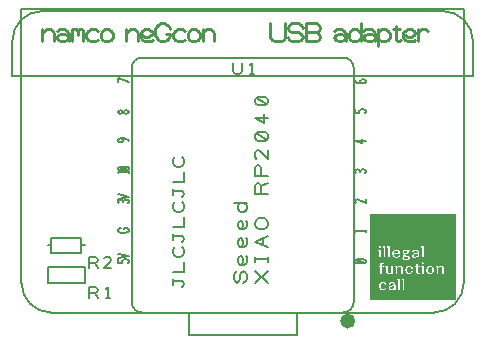
<source format=gbr>
G04 DesignSpark PCB Gerber Version 11.0 Build 5877*
G04 #@! TF.Part,Single*
G04 #@! TF.FileFunction,Legend,Top*
G04 #@! TF.FilePolarity,Positive*
%FSLAX35Y35*%
%MOIN*%
%ADD26C,0.00197*%
%ADD12C,0.00500*%
%ADD27C,0.00984*%
G04 #@! TD.AperFunction*
X0Y0D02*
D02*
D12*
X55198Y42448D02*
Y47748D01*
X67498D01*
Y42448D01*
X55198D01*
X56348Y32598D02*
G75*
G02*
X46348Y42598I0J10000D01*
G01*
Y133848D01*
X193848D01*
Y42598D01*
G75*
G02*
X183848Y32598I-10000J0D01*
G01*
X56348D01*
Y55098D02*
X55098D01*
X66348D02*
X67598D01*
X66348Y57598D02*
X56348D01*
Y52598D01*
X66348D01*
Y57598D01*
X68848Y37286D02*
Y41036D01*
X71036D01*
X71661Y40724D01*
X71974Y40098D01*
X71661Y39474D01*
X71036Y39161D01*
X68848D01*
X71036D02*
X71974Y37286D01*
X74474D02*
X75724D01*
X75098D02*
Y41036D01*
X74474Y40411D01*
X68848Y47286D02*
Y51036D01*
X71036D01*
X71661Y50724D01*
X71974Y50098D01*
X71661Y49474D01*
X71036Y49161D01*
X68848D01*
X71036D02*
X71974Y47286D01*
X76348D02*
X73848D01*
X76036Y49474D01*
X76348Y50098D01*
X76036Y50724D01*
X75411Y51036D01*
X74474D01*
X73848Y50724D01*
X81848Y49098D02*
X82161Y49411D01*
Y49880D01*
X81848Y50192D01*
X81223Y50348D01*
X80911D01*
X80286Y50192D01*
X79973Y49880D01*
Y49098D01*
X78411D01*
Y50348D01*
Y50648D02*
X82161Y51430D01*
X78411Y52211D01*
X80598Y60366D02*
Y60835D01*
X80911D01*
X81536Y60678D01*
X81848Y60522D01*
X82161Y60210D01*
Y59897D01*
X81848Y59585D01*
X81536Y59428D01*
X80911Y59272D01*
X79661D01*
X79036Y59428D01*
X78723Y59585D01*
X78411Y59897D01*
Y60210D01*
X78723Y60522D01*
X79036Y60678D01*
X79661Y60835D01*
X81848Y69020D02*
X82161Y69333D01*
Y69646D01*
X81848Y69958D01*
X81223Y70114D01*
X80598Y69958D01*
X80286Y69646D01*
Y69333D01*
Y69646D02*
X79973Y69958D01*
X79348Y70114D01*
X78723Y69958D01*
X78411Y69646D01*
Y69333D01*
X78723Y69020D01*
X78411Y70420D02*
X82161Y71202D01*
X78411Y71983D01*
X82161Y79044D02*
Y79669D01*
Y79357D02*
X78411D01*
X79036Y79044D01*
X81848Y80125D02*
X82161Y80438D01*
Y80750D01*
X81848Y81063D01*
X81223Y81219D01*
X79348D01*
X78723Y81063D01*
X78411Y80750D01*
Y80438D01*
X78723Y80125D01*
X79348Y79969D01*
X81223D01*
X81848Y80125D01*
X78723Y81063D01*
X82161Y89861D02*
X81848Y90174D01*
X81223Y90486D01*
X80286Y90643D01*
X79348D01*
X78723Y90486D01*
X78411Y90174D01*
Y89861D01*
X78723Y89549D01*
X79348Y89393D01*
X79973Y89549D01*
X80286Y89861D01*
Y90174D01*
X79973Y90486D01*
X79348Y90643D01*
X80286Y99285D02*
Y99598D01*
X79973Y99910D01*
X79348Y100066D01*
X78723Y99910D01*
X78411Y99598D01*
Y99285D01*
X78723Y98972D01*
X79348Y98816D01*
X79973Y98972D01*
X80286Y99285D01*
X80598Y98972D01*
X81223Y98816D01*
X81848Y98972D01*
X82161Y99285D01*
Y99598D01*
X81848Y99910D01*
X81223Y100066D01*
X80598Y99910D01*
X80286Y99598D01*
X82161Y109365D02*
X78411Y110615D01*
Y109365D01*
X86598Y32598D02*
X102098D01*
Y25098D01*
X138098D01*
Y32598D01*
X153598D01*
G75*
G03*
X157098Y36098I0J3500D01*
G01*
Y114098D01*
G75*
G03*
X153598Y117598I-3500J0D01*
G01*
X86598D01*
G75*
G03*
X83098Y114098I0J-3500D01*
G01*
Y36098D01*
G75*
G03*
X86598Y32598I3500J0D01*
G01*
X99949Y41210D02*
X100261Y41522D01*
X100574Y42147D01*
X100261Y42772D01*
X99949Y43085D01*
X96824D01*
Y43710D01*
Y43085D02*
Y41835D01*
Y46210D02*
X100574D01*
Y49335D01*
X99949Y54335D02*
X100261Y54022D01*
X100574Y53397D01*
Y52460D01*
X100261Y51835D01*
X99949Y51522D01*
X99324Y51210D01*
X98074D01*
X97449Y51522D01*
X97136Y51835D01*
X96824Y52460D01*
Y53397D01*
X97136Y54022D01*
X97449Y54335D01*
X99949Y56210D02*
X100261Y56522D01*
X100574Y57147D01*
X100261Y57772D01*
X99949Y58085D01*
X96824D01*
Y58710D01*
Y58085D02*
Y56835D01*
Y61210D02*
X100574D01*
Y64335D01*
X99949Y69335D02*
X100261Y69022D01*
X100574Y68397D01*
Y67460D01*
X100261Y66835D01*
X99949Y66522D01*
X99324Y66210D01*
X98074D01*
X97449Y66522D01*
X97136Y66835D01*
X96824Y67460D01*
Y68397D01*
X97136Y69022D01*
X97449Y69335D01*
X99949Y71210D02*
X100261Y71522D01*
X100574Y72147D01*
X100261Y72772D01*
X99949Y73085D01*
X96824D01*
Y73710D01*
Y73085D02*
Y71835D01*
Y76210D02*
X100574D01*
Y79335D01*
X99949Y84335D02*
X100261Y84022D01*
X100574Y83397D01*
Y82460D01*
X100261Y81835D01*
X99949Y81522D01*
X99324Y81210D01*
X98074D01*
X97449Y81522D01*
X97136Y81835D01*
X96824Y82460D01*
Y83397D01*
X97136Y84022D01*
X97449Y84335D01*
X116862Y115787D02*
Y112975D01*
X117175Y112350D01*
X117800Y112037D01*
X119050D01*
X119675Y112350D01*
X119987Y112975D01*
Y115787D01*
X122487Y112037D02*
X123737D01*
X123112D02*
Y115787D01*
X122487Y115162D01*
X120384Y42598D02*
X121122Y42968D01*
X121491Y43706D01*
Y45182D01*
X121122Y45920D01*
X120384Y46289D01*
X119646Y45920D01*
X119276Y45182D01*
Y43706D01*
X118907Y42968D01*
X118169Y42598D01*
X117431Y42968D01*
X117062Y43706D01*
Y45182D01*
X117431Y45920D01*
X118169Y46289D01*
X121122Y51457D02*
X121491Y51088D01*
Y50350D01*
Y49611D01*
X121122Y48873D01*
X120384Y48504D01*
X119276D01*
X118907Y48873D01*
X118538Y49611D01*
Y50350D01*
X118907Y51088D01*
X119276Y51457D01*
X119646D01*
X120015Y51088D01*
X120384Y50350D01*
Y49611D01*
X120015Y48873D01*
X119646Y48504D01*
X121122Y57362D02*
X121491Y56993D01*
Y56255D01*
Y55517D01*
X121122Y54779D01*
X120384Y54409D01*
X119276D01*
X118907Y54779D01*
X118538Y55517D01*
Y56255D01*
X118907Y56993D01*
X119276Y57362D01*
X119646D01*
X120015Y56993D01*
X120384Y56255D01*
Y55517D01*
X120015Y54779D01*
X119646Y54409D01*
X121122Y63268D02*
X121491Y62899D01*
Y62161D01*
Y61422D01*
X121122Y60684D01*
X120384Y60315D01*
X119276D01*
X118907Y60684D01*
X118538Y61422D01*
Y62161D01*
X118907Y62899D01*
X119276Y63268D01*
X119646D01*
X120015Y62899D01*
X120384Y62161D01*
Y61422D01*
X120015Y60684D01*
X119646Y60315D01*
Y69173D02*
X118907Y68804D01*
X118538Y68066D01*
Y67328D01*
X118907Y66590D01*
X119646Y66220D01*
X120384D01*
X121122Y66590D01*
X121491Y67328D01*
Y68066D01*
X121122Y68804D01*
X120384Y69173D01*
X121491D02*
X117062D01*
X128578Y42598D02*
X124148Y46289D01*
Y42598D02*
X128578Y46289D01*
Y49611D02*
Y51088D01*
Y50350D02*
X124148D01*
Y49611D02*
Y51088D01*
X128578Y54409D02*
X124148Y56255D01*
X128578Y58100D01*
X126732Y55148D02*
Y57362D01*
X127101Y60315D02*
X125625D01*
X124887Y60684D01*
X124518Y61053D01*
X124148Y61791D01*
Y62530D01*
X124518Y63268D01*
X124887Y63637D01*
X125625Y64006D01*
X127101D01*
X127839Y63637D01*
X128209Y63268D01*
X128578Y62530D01*
Y61791D01*
X128209Y61053D01*
X127839Y60684D01*
X127101Y60315D01*
X128578Y72126D02*
X124148D01*
Y74710D01*
X124518Y75448D01*
X125256Y75817D01*
X125994Y75448D01*
X126363Y74710D01*
Y72126D01*
Y74710D02*
X128578Y75817D01*
Y78031D02*
X124148D01*
Y80615D01*
X124518Y81354D01*
X125256Y81722D01*
X125994Y81354D01*
X126363Y80615D01*
Y78031D01*
X128578Y86890D02*
Y83937D01*
X125994Y86521D01*
X125256Y86890D01*
X124518Y86521D01*
X124148Y85783D01*
Y84675D01*
X124518Y83937D01*
X128209Y90212D02*
X128578Y90950D01*
Y91688D01*
X128209Y92426D01*
X127470Y92795D01*
X125256D01*
X124518Y92426D01*
X124148Y91688D01*
Y90950D01*
X124518Y90212D01*
X125256Y89843D01*
X127470D01*
X128209Y90212D01*
X124518Y92426D01*
X128578Y97594D02*
X124148D01*
X127101Y95748D01*
Y98701D01*
X128209Y102023D02*
X128578Y102761D01*
Y103499D01*
X128209Y104237D01*
X127470Y104606D01*
X125256D01*
X124518Y104237D01*
X124148Y103499D01*
Y102761D01*
X124518Y102023D01*
X125256Y101654D01*
X127470D01*
X128209Y102023D01*
X124518Y104237D01*
X155098Y27598D02*
G75*
G03*
Y32008I0J2205D01*
G01*
G75*
G03*
Y27598I0J-2205D01*
G01*
G36*
X155098Y27598D02*
G75*
G03*
Y32008I0J2205D01*
G01*
G75*
G03*
Y27598I0J-2205D01*
G01*
G37*
X160848Y49255D02*
X161161Y49567D01*
Y49880D01*
X160848Y50192D01*
X160223Y50348D01*
X158348D01*
X157723Y50192D01*
X157411Y49880D01*
Y49567D01*
X157723Y49255D01*
X158348Y49098D01*
X160223D01*
X160848Y49255D01*
X157723Y50192D01*
X161161Y59411D02*
Y60036D01*
Y59724D02*
X157411D01*
X158036Y59411D01*
X161161Y70348D02*
Y69098D01*
X158973Y70192D01*
X158348Y70348D01*
X157723Y70192D01*
X157411Y69880D01*
Y69411D01*
X157723Y69098D01*
X160848Y79255D02*
X161161Y79567D01*
Y79880D01*
X160848Y80192D01*
X160223Y80348D01*
X159598Y80192D01*
X159286Y79880D01*
Y79567D01*
Y79880D02*
X158973Y80192D01*
X158348Y80348D01*
X157723Y80192D01*
X157411Y79880D01*
Y79567D01*
X157723Y79255D01*
X161161Y89880D02*
X157411D01*
X159911Y89098D01*
Y90348D01*
X160848Y99098D02*
X161161Y99411D01*
Y99880D01*
X160848Y100192D01*
X160223Y100348D01*
X159911D01*
X159286Y100192D01*
X158973Y99880D01*
Y99098D01*
X157411D01*
Y100348D01*
X160223Y109098D02*
X159598Y109255D01*
X159286Y109567D01*
Y109880D01*
X159598Y110192D01*
X160223Y110348D01*
X160848Y110192D01*
X161161Y109880D01*
Y109567D01*
X160848Y109255D01*
X160223Y109098D01*
X159286D01*
X158348Y109255D01*
X157723Y109567D01*
X157411Y109880D01*
X196869Y122953D02*
Y111472D01*
X43326D01*
Y123072D01*
G75*
G02*
X53385Y133132I10060J0D01*
G01*
X186689D01*
G75*
G02*
X196869Y122953I0J-10180D01*
G01*
D02*
D26*
X162598Y37248D02*
X190898D01*
X162598Y37748D02*
X190898D01*
X162598Y38248D02*
X190898D01*
X162598Y39048D02*
X190898D01*
X162598Y39548D02*
X190898D01*
X162598Y40048D02*
X166398D01*
X162598Y40548D02*
X165498D01*
X162598Y41048D02*
X165198D01*
X162598Y41548D02*
X165198D01*
X162598Y42048D02*
X165298D01*
X162598Y42548D02*
X165498D01*
X162598Y42848D02*
X165898D01*
X162598Y43348D02*
X171598D01*
X162598Y43848D02*
X171298D01*
X162598Y44348D02*
X190898D01*
X162598Y44848D02*
X190898D01*
X162598Y45348D02*
X190898D01*
X162598Y45848D02*
X165598Y45849D01*
X162598Y46348D02*
X165598Y46349D01*
X162598Y46648D02*
X165598Y46648D01*
X162598Y47148D02*
X165598Y47148D01*
X162598Y47648D02*
X165598D01*
X162598Y48148D02*
X165098D01*
X162598Y48648D02*
X165598D01*
X162598Y49148D02*
X165698Y49149D01*
X162598Y49648D02*
X190898D01*
X162598Y50148D02*
X173798Y50148D01*
X162598Y50448D02*
X173098D01*
X162598Y50948D02*
X170598D01*
X162598Y51448D02*
X165298D01*
X162598Y51948D02*
X165298D01*
X162598Y52448D02*
X165298D01*
X162598Y52948D02*
X165298D01*
X162598Y53448D02*
X164998D01*
X162598Y53948D02*
X166798D01*
X162598Y54748D02*
X165198D01*
X162598Y55248D02*
X190898D01*
X162598Y55748D02*
X190898D01*
X162598Y56248D02*
X190898D01*
X162598Y56748D02*
X190898D01*
X162598Y57248D02*
X190898D01*
X162598Y57748D02*
X190898D01*
X162598Y58548D02*
X190898D01*
X162598Y59048D02*
X190898D01*
X162598Y59548D02*
X190898D01*
X162598Y60048D02*
X190898D01*
X162598Y60548D02*
X190898D01*
X162598Y61048D02*
X190898D01*
X162598Y61548D02*
X190898D01*
X162598Y62048D02*
X190898D01*
X162598Y62348D02*
X190898D01*
X162598Y62848D02*
X190898D01*
X162598Y63348D02*
X190898D01*
X162598Y63848D02*
X190898D01*
X162598Y64348D02*
X190898D01*
X162598Y64848D02*
X190898D01*
X162598Y65348D02*
X190898D01*
X162598Y37348D02*
X190898Y37348D01*
X162598Y37448D02*
X190898D01*
X162598Y37548D02*
X190898Y37549D01*
X162598Y37648D02*
X190898D01*
X162598Y37848D02*
X190899D01*
X162598Y37948D02*
X190898D01*
X162598Y38048D02*
X190898Y38048D01*
X162598Y38148D02*
X190898D01*
X162598Y38348D02*
X190899D01*
X162598Y38448D02*
X190898Y38448D01*
X162598Y38548D02*
X190898Y38548D01*
X162598Y38648D02*
X190898D01*
X162598Y38748D02*
X190898D01*
X162598Y38848D02*
X190899D01*
X162598Y38948D02*
X190898Y38948D01*
X162598Y39148D02*
X190898D01*
X162598Y39248D02*
X190898D01*
X162598Y39348D02*
X190899D01*
X162598Y39448D02*
X190898Y39448D01*
X162598Y39648D02*
X190898Y39649D01*
X162598Y39748D02*
X190898D01*
X162598Y39848D02*
X190899D01*
X162598Y39948D02*
X190898Y39948D01*
X162598Y40148D02*
X165998Y40149D01*
X162598Y40248D02*
X165798D01*
X162598Y40348D02*
X165598Y40349D01*
X162598Y40448D02*
X165498Y40448D01*
X162598Y40648D02*
X165398D01*
X162598Y40748D02*
X165298D01*
X162598Y40848D02*
X165298Y40848D01*
X162598Y40948D02*
X165298D01*
X162598Y41148D02*
X165198D01*
X162598Y41248D02*
X165199D01*
X162598Y41348D02*
X165198D01*
X162598Y41448D02*
X165198D01*
X162598Y41648D02*
X165198D01*
X162598Y41748D02*
X165199D01*
X162598Y41848D02*
X165198Y41848D01*
X162598Y41948D02*
X165198D01*
X162598Y42148D02*
X165298D01*
X162598Y42248D02*
X165298D01*
X162598Y42348D02*
X165398Y42348D01*
X162598Y42448D02*
X165498D01*
X162598Y42648D02*
X165598D01*
X162598Y42748D02*
X165798D01*
X162598Y42948D02*
X166198D01*
X162598Y43048D02*
X171598D01*
X162598Y43148D02*
X171598D01*
X162598Y43248D02*
X171598Y43248D01*
X162598Y43448D02*
X171598D01*
X162598Y43548D02*
X171298Y43548D01*
X162598Y43648D02*
X171298D01*
X162598Y43748D02*
X171298Y43749D01*
X162598Y43948D02*
X171298Y43949D01*
X162598Y44048D02*
X190898D01*
X162598Y44148D02*
X190899D01*
X162598Y44248D02*
X190898D01*
X162598Y44448D02*
X190898Y44448D01*
X162598Y44548D02*
X190898D01*
X162598Y44648D02*
X190898Y44649D01*
X162598Y44748D02*
X190898D01*
X162598Y44948D02*
X190898Y44948D01*
X162598Y45048D02*
X190898D01*
X162598Y45148D02*
X190898Y45149D01*
X162598Y45248D02*
X190898D01*
X162598Y45448D02*
X190899D01*
X162598Y45548D02*
X167998Y45549D01*
X162598Y45648D02*
X165598Y45649D01*
X162598Y45748D02*
X165598D01*
X162598Y45948D02*
X165598Y45948D01*
X162598Y46048D02*
X165598D01*
X162598Y46148D02*
X165598D01*
X162598Y46248D02*
X165598D01*
X162598Y46448D02*
X165598Y46448D01*
X162598Y46548D02*
X165598D01*
X162598Y46748D02*
X165598D01*
X162598Y46848D02*
X165598D01*
X162598Y46948D02*
X165598D01*
X162598Y47048D02*
X165598D01*
X162598Y47248D02*
X165598D01*
X162598Y47348D02*
X165598D01*
X162598Y47448D02*
X165598Y47449D01*
X162598Y47548D02*
X165598D01*
X162598Y47748D02*
X165098D01*
X162598Y47848D02*
X165098D01*
X162598Y47948D02*
X165098Y47949D01*
X162598Y48048D02*
X165098D01*
X162598Y48248D02*
X165098Y48248D01*
X162598Y48348D02*
X165598D01*
X162598Y48448D02*
X165598Y48449D01*
X162598Y48548D02*
X165598D01*
X162598Y48748D02*
X165598Y48748D01*
X162598Y48848D02*
X165598D01*
X162598Y48948D02*
X165598Y48949D01*
X162598Y49048D02*
X165598D01*
X162598Y49248D02*
X165698D01*
X162598Y49348D02*
X165798D01*
X162598Y49448D02*
X166098Y49449D01*
X162598Y49548D02*
X179698D01*
X162598Y49748D02*
X190899D01*
X162598Y49848D02*
X190898Y49848D01*
X162598Y49948D02*
X190898Y49948D01*
X162598Y50048D02*
X190898D01*
X162598Y50248D02*
X173398D01*
X162598Y50348D02*
X173198D01*
X162598Y50548D02*
X173098D01*
X162598Y50648D02*
X172998D01*
X162598Y50748D02*
X172998D01*
X162598Y50848D02*
X172998D01*
X162598Y51048D02*
X165298D01*
X162598Y51148D02*
X165298D01*
X162598Y51248D02*
X165298D01*
X162598Y51348D02*
X165298D01*
X162598Y51548D02*
X165298D01*
X162598Y51648D02*
X165298D01*
X162598Y51748D02*
X165298Y51748D01*
X162598Y51848D02*
X165298D01*
X162598Y52048D02*
X165298D01*
X162598Y52148D02*
X165298D01*
X162598Y52248D02*
X165298D01*
X162598Y52348D02*
X165298D01*
X162598Y52548D02*
X165298D01*
X162598Y52648D02*
X165298D01*
X162598Y52748D02*
X165298Y52748D01*
X162598Y52848D02*
X165298D01*
X162598Y53048D02*
X165298D01*
X162598Y53148D02*
X164998D01*
X162598Y53248D02*
X164998Y53248D01*
X162598Y53348D02*
X164998D01*
X162598Y53548D02*
X164998D01*
X162598Y53648D02*
X164998Y53648D01*
X162598Y53748D02*
X166798Y53748D01*
X162598Y53848D02*
X166798D01*
X162598Y54048D02*
X166798D01*
X162598Y54148D02*
X165398D01*
X162598Y54248D02*
X165298Y54248D01*
X162598Y54348D02*
X165198D01*
X162598Y54448D02*
X165198Y54448D01*
X162598Y54548D02*
X165198D01*
X162598Y54648D02*
X165198Y54649D01*
X162598Y54848D02*
X165298D01*
X162598Y54948D02*
X165398D01*
X162598Y55048D02*
X190899D01*
X162598Y55148D02*
X190898Y55148D01*
X162598Y55348D02*
X190898Y55349D01*
X162598Y55448D02*
X190898D01*
X162598Y55548D02*
X190899D01*
X162598Y55648D02*
X190898Y55648D01*
X162598Y55848D02*
X190898Y55848D01*
X162598Y55948D02*
X190898D01*
X162598Y56048D02*
X190899D01*
X162598Y56148D02*
X190898D01*
X162598Y56348D02*
X190898Y56348D01*
X162598Y56448D02*
X190898D01*
X162598Y56548D02*
X190898Y56549D01*
X162598Y56648D02*
X190898D01*
X162598Y56848D02*
X190898Y56848D01*
X162598Y56948D02*
X190898D01*
X162598Y57048D02*
X190898Y57049D01*
X162598Y57148D02*
X190898D01*
X162598Y57348D02*
X190899D01*
X162598Y57448D02*
X190898D01*
X162598Y57548D02*
X190898Y57548D01*
X162598Y57648D02*
X190898D01*
X162598Y57848D02*
X190899D01*
X162598Y57948D02*
X190898Y57948D01*
X162598Y58048D02*
X190898Y58048D01*
X162598Y58148D02*
X190898D01*
X162598Y58248D02*
X190898D01*
X162598Y58348D02*
X190899D01*
X162598Y58448D02*
X190898Y58448D01*
X162598Y58648D02*
X190898D01*
X162598Y58748D02*
X190898D01*
X162598Y58848D02*
X190899D01*
X162598Y58948D02*
X190898Y58948D01*
X162598Y59148D02*
X190898Y59149D01*
X162598Y59248D02*
X190898D01*
X162598Y59348D02*
X190899D01*
X162598Y59448D02*
X190898Y59448D01*
X162598Y59648D02*
X190898Y59648D01*
X162598Y59748D02*
X190898D01*
X162598Y59848D02*
X190899D01*
X162598Y59948D02*
X190898D01*
X162598Y60148D02*
X190898Y60148D01*
X162598Y60248D02*
X190898D01*
X162598Y60348D02*
X190898Y60349D01*
X162598Y60448D02*
X190898D01*
X162598Y60648D02*
X190898Y60648D01*
X162598Y60748D02*
X190898D01*
X162598Y60848D02*
X190898Y60849D01*
X162598Y60948D02*
X190898D01*
X162598Y61148D02*
X190899D01*
X162598Y61248D02*
X190898D01*
X162598Y61348D02*
X190898Y61349D01*
X162598Y61448D02*
X190898D01*
X162598Y61648D02*
X190899D01*
X162598Y61748D02*
X190898Y61748D01*
X162598Y61848D02*
X190898Y61848D01*
X162598Y61948D02*
X190898D01*
X162598Y62148D02*
X190899D01*
X162598Y62248D02*
X190898Y62248D01*
X162598Y62448D02*
X190898D01*
X162598Y62548D02*
X190898D01*
X162598Y62648D02*
X190899D01*
X162598Y62748D02*
X190898Y62748D01*
X162598Y62948D02*
X190898Y62949D01*
X162598Y63048D02*
X190898D01*
X162598Y63148D02*
X190899D01*
X162598Y63248D02*
X190898Y63248D01*
X162598Y63448D02*
X190898D01*
X162598Y63548D02*
X190898D01*
X162598Y63648D02*
X190899D01*
X162598Y63748D02*
X190898D01*
X162598Y63948D02*
X190898Y63948D01*
X162598Y64048D02*
X190898D01*
X162598Y64148D02*
X190898Y64149D01*
X162598Y64248D02*
X190898D01*
X162598Y64448D02*
X190898Y64448D01*
X162598Y64548D02*
X190898D01*
X162598Y64648D02*
X190898Y64649D01*
X162598Y64748D02*
X190898D01*
X162598Y64948D02*
X190899D01*
X162598Y65048D02*
X190898D01*
X162598Y65148D02*
X190898Y65149D01*
X162598Y65248D02*
X190898D01*
X162598Y65448D02*
X190899D01*
X166098Y41349D02*
X168498Y41348D01*
X166098Y41448D02*
X168598D01*
X166098Y41248D02*
X168398D01*
X166098Y41548D02*
X168698D01*
X166098Y41648D02*
X168898Y41648D01*
X166098Y41748D02*
X169098D01*
X166098Y54148D02*
X166798D01*
X166098Y54948D02*
X190898D01*
X166198Y51448D02*
X166798D01*
X166198Y51948D02*
X166798D01*
X166198Y52448D02*
X166798D01*
X166198Y54748D02*
X166498D01*
X166198Y40948D02*
X167198D01*
X166198Y41049D02*
X167198Y41048D01*
X166198Y41148D02*
X167198D01*
X166198Y41848D02*
X167198Y41848D01*
X166198Y41948D02*
X167198D01*
X166198Y42048D02*
X167198Y42048D01*
X166198Y51048D02*
X166798D01*
X166198Y51248D02*
X166798D01*
X166198Y51349D02*
X166798Y51348D01*
X166198Y51548D02*
X166798D01*
X166198Y51748D02*
X166798Y51748D01*
X166198Y51848D02*
X166798D01*
X166198Y52048D02*
X166798D01*
X166198Y52248D02*
X166798Y52248D01*
X166198Y52348D02*
X166798D01*
X166198Y52548D02*
X166798D01*
X166198Y52748D02*
X166798Y52748D01*
X166198Y52848D02*
X166798D01*
X166198Y52949D02*
X166798Y52948D01*
X166198Y53048D02*
X166798D01*
X166198Y53248D02*
X166798Y53248D01*
X166198Y53348D02*
X166798D01*
X166198Y53449D02*
X166798Y53448D01*
X166198Y53548D02*
X166798D01*
X166198Y54248D02*
X166798Y54248D01*
X166198Y54348D02*
X166498Y54349D01*
X166198Y54848D02*
X166498Y54849D01*
X166199Y51148D02*
X166798D01*
X166199Y51648D02*
X166798D01*
X166199Y52148D02*
X166798D01*
X166199Y52648D02*
X166798D01*
X166199Y53148D02*
X166798D01*
X166199Y53648D02*
X166798D01*
X166199Y54648D02*
X166498Y54649D01*
X166298Y42148D02*
X167099D01*
X166298Y40848D02*
X167098Y40849D01*
X166298Y42248D02*
X167098D01*
X166298Y54448D02*
X166498Y54448D01*
X166298Y54548D02*
X166498D01*
X166398Y40748D02*
X166998D01*
X166498Y48348D02*
X171898D01*
X166498Y42348D02*
X166898Y42348D01*
X166498Y45648D02*
X167798D01*
X166498Y45748D02*
X167698Y45748D01*
X166498Y45848D02*
X167598D01*
X166498Y46048D02*
X167498Y46049D01*
X166498Y46148D02*
X167498D01*
X166498Y46248D02*
X167498Y46248D01*
X166498Y46549D02*
X167498D01*
X166498Y46648D02*
X167498D01*
X166498Y46948D02*
X167498D01*
X166498Y47049D02*
X167498D01*
X166498Y47148D02*
X167498D01*
X166498Y47348D02*
X167498D01*
X166498Y47448D02*
X167498D01*
X166498Y47549D02*
X167498D01*
X166498Y47648D02*
X167498D01*
X166498Y48448D02*
X177598Y48448D01*
X166498Y48648D02*
X177598D01*
X166498Y48848D02*
X177599D01*
X166498Y45948D02*
X167599D01*
X166498Y46348D02*
X167498D01*
X166498Y46448D02*
X167498D01*
X166498Y46749D02*
X167498Y46748D01*
X166498Y46848D02*
X167498D01*
X166498Y47249D02*
X167498Y47248D01*
X166498Y48548D02*
X177598Y48548D01*
X166498Y48748D02*
X177598D01*
X166598Y40648D02*
X166898Y40648D01*
X166998Y40048D02*
X169098D01*
X167098Y48048D02*
X167198D01*
X167098Y48949D02*
X177598Y48948D01*
X167098Y49048D02*
X177598D01*
X167098Y49449D02*
X179598Y49448D01*
X167098Y47748D02*
X167198D01*
X167098Y47848D02*
X167198D01*
X167098Y48148D02*
X167198D01*
X167098Y48248D02*
X167198Y48248D01*
X167098Y49148D02*
X177598Y49149D01*
X167098Y49248D02*
X179499Y49248D01*
X167098Y49348D02*
X179498D01*
X167099Y47948D02*
X167198Y47948D01*
X167198Y42948D02*
X169198D01*
X167398Y40148D02*
X168698Y40148D01*
X167498Y42848D02*
X168898Y42848D01*
X167498Y40248D02*
X168598Y40248D01*
X167598Y42748D02*
X168698Y42748D01*
X167698Y40348D02*
X168498Y40348D01*
X167698Y51148D02*
X168298D01*
X167698Y51448D02*
X168298D01*
X167698Y51648D02*
X168298D01*
X167698Y51748D02*
X168298D01*
X167698Y51948D02*
X168298D01*
X167698Y52148D02*
X168298D01*
X167698Y52248D02*
X168298D01*
X167698Y52448D02*
X168298D01*
X167698Y52648D02*
X168298D01*
X167698Y52748D02*
X168298D01*
X167698Y52948D02*
X168298D01*
X167698Y53248D02*
X168298D01*
X167698Y53448D02*
X168298D01*
X167698Y53748D02*
X168298D01*
X167698Y53948D02*
X168298D01*
X167698Y54248D02*
X168298D01*
X167698Y54448D02*
X167998Y54448D01*
X167698Y54748D02*
X167998D01*
X167698Y51048D02*
X168298D01*
X167698Y51248D02*
X168298D01*
X167698Y51348D02*
X168298Y51348D01*
X167698Y51548D02*
X168298D01*
X167698Y51848D02*
X168298Y51848D01*
X167698Y52048D02*
X168298D01*
X167698Y52348D02*
X168298D01*
X167698Y52548D02*
X168298D01*
X167698Y52848D02*
X168298D01*
X167698Y53048D02*
X168298D01*
X167698Y53148D02*
X168298D01*
X167698Y53348D02*
X168298D01*
X167698Y53548D02*
X168298D01*
X167698Y53648D02*
X168298Y53648D01*
X167698Y53848D02*
X168298D01*
X167698Y54048D02*
X168298D01*
X167698Y54148D02*
X168298Y54148D01*
X167698Y54348D02*
X167998D01*
X167698Y54548D02*
X167998D01*
X167698Y54648D02*
X167998Y54649D01*
X167698Y54848D02*
X167998D01*
X167798Y40448D02*
X168398D01*
X167798Y40548D02*
X168398Y40548D01*
X167798Y42648D02*
X168599D01*
X167898Y40748D02*
X168298D01*
X167898Y42448D02*
X168398D01*
X167898Y40648D02*
X168398D01*
X167898Y42549D02*
X168498Y42548D01*
X167998Y40848D02*
X168298D01*
X167998Y41048D02*
X168398Y41049D01*
X167998Y41848D02*
X169398Y41849D01*
X167998Y42249D02*
X168398Y42248D01*
X167998Y42348D02*
X168398Y42348D01*
X167998Y40948D02*
X168298Y40948D01*
X167998Y41148D02*
X168398Y41148D01*
X167998Y41948D02*
X168398D01*
X167998Y42048D02*
X168398Y42049D01*
X167998Y42148D02*
X168398D01*
Y46448D02*
X169298D01*
X168398Y46248D02*
X169198D01*
X168398Y46548D02*
X169298D01*
X168398Y46748D02*
X169298D01*
X168398Y46948D02*
X169298D01*
X168398Y47048D02*
X169298D01*
X168398Y47148D02*
X169298Y47148D01*
X168398Y47248D02*
X169298D01*
X168398Y47448D02*
X169298D01*
X168398Y47548D02*
X169298Y47549D01*
X168398Y47648D02*
X169298Y47648D01*
X168398Y47748D02*
X169298Y47749D01*
X168398Y47948D02*
X169298D01*
X168398Y48048D02*
X169298Y48048D01*
X168398Y48148D02*
X169298Y48148D01*
X168398Y46349D02*
X169298Y46348D01*
X168398Y46648D02*
X169298Y46648D01*
X168398Y46848D02*
X169298D01*
X168398Y47348D02*
X169298D01*
X168398Y47848D02*
X169298D01*
X168398Y48248D02*
X169298Y48249D01*
X168498Y46148D02*
X168998D01*
X168598Y46048D02*
X168798Y46048D01*
X169198Y51148D02*
X170098D01*
X169198Y51448D02*
X169898D01*
X169198Y51948D02*
X169698D01*
X169198Y52448D02*
X169698D01*
X169198Y52948D02*
X169798D01*
X169198Y53248D02*
X169898Y53249D01*
X169198Y53448D02*
X170098D01*
X169198Y53748D02*
X170598D01*
X169198Y53948D02*
X179498D01*
X169198Y54248D02*
X179498D01*
X169198Y54448D02*
X179198D01*
X169198Y54748D02*
X179198D01*
X169198Y41948D02*
X169898D01*
X169198Y45548D02*
X174798D01*
X169198Y51048D02*
X170298Y51049D01*
X169198Y51248D02*
X169998D01*
X169198Y51348D02*
X169898D01*
X169198Y51548D02*
X169798Y51549D01*
X169198Y51648D02*
X169798D01*
X169198Y51748D02*
X169698D01*
X169198Y51848D02*
X169698D01*
X169198Y52048D02*
X169698D01*
X169198Y52148D02*
X169698D01*
X169198Y52248D02*
X169698D01*
X169198Y52348D02*
X169698D01*
X169198Y52548D02*
X169698D01*
X169198Y52648D02*
X169698D01*
X169198Y52748D02*
X169698D01*
X169198Y52848D02*
X169698D01*
X169198Y53048D02*
X169798D01*
X169198Y53148D02*
X169798D01*
X169198Y53348D02*
X169998D01*
X169198Y53548D02*
X170198D01*
X169198Y53648D02*
X170298D01*
X169198Y53848D02*
X179498D01*
X169198Y54048D02*
X179499D01*
X169198Y54148D02*
X179498Y54148D01*
X169198Y54348D02*
X179198D01*
X169198Y54548D02*
X179198D01*
X169198Y54648D02*
X179198Y54648D01*
X169198Y54848D02*
X179198D01*
X169298Y40748D02*
X169898D01*
X169298Y40848D02*
X169998Y40848D01*
X169298Y40948D02*
X170098Y40948D01*
X169298Y41048D02*
X170198D01*
X169298Y42048D02*
X170198Y42048D01*
X169298Y42148D02*
X170098D01*
X169398Y42248D02*
X170098Y42248D01*
X169398Y45649D02*
X169398Y40648D02*
X169598Y40648D01*
X169398Y41148D02*
X170198Y41148D01*
X169498Y42348D02*
X169898Y42348D01*
X169598Y40048D02*
X190898D01*
X169598Y41248D02*
X170198D01*
X169898Y41349D02*
X170198Y41348D01*
X169998Y40148D02*
X190898Y40148D01*
X170198Y45848D02*
X170798D01*
X170198Y46348D02*
X170798Y46348D01*
X170198Y46648D02*
X170798D01*
X170198Y47148D02*
X170798D01*
X170198Y47648D02*
X170798D01*
X170198Y48148D02*
X170498D01*
X170198Y40248D02*
X170298D01*
X170198Y42948D02*
X171598D01*
X170198Y45648D02*
X170798Y45648D01*
X170198Y45748D02*
X170798Y45748D01*
X170198Y45948D02*
X170798D01*
X170198Y46048D02*
X170798Y46049D01*
X170198Y46148D02*
X170798Y46148D01*
X170198Y46248D02*
X170798D01*
X170198Y46448D02*
X170798D01*
X170198Y46548D02*
X170798Y46549D01*
X170198Y46748D02*
X170798D01*
X170198Y46848D02*
X170798Y46848D01*
X170198Y46948D02*
X170798D01*
X170198Y47048D02*
X170798Y47049D01*
X170198Y47248D02*
X170798Y47249D01*
X170198Y47348D02*
X170798Y47348D01*
X170198Y47448D02*
X170798D01*
X170198Y47548D02*
X170798Y47549D01*
X170198Y47748D02*
X170498D01*
X170198Y47848D02*
X170499D01*
X170198Y47948D02*
X170498D01*
X170198Y48048D02*
X170498D01*
X170198Y48248D02*
X170498D01*
Y42848D02*
X171598Y42848D01*
X170598Y52048D02*
X173298D01*
X170598Y51948D02*
X171798D01*
X170598Y52148D02*
X173398D01*
X170698Y52948D02*
X171598D01*
X170698Y42748D02*
X171598Y42748D01*
X170698Y51748D02*
X171798D01*
X170698Y51848D02*
X171798Y51848D01*
X170698Y52848D02*
X171598D01*
X170798Y51648D02*
X171698Y51648D01*
X170798Y42648D02*
X171598D01*
X170798Y53048D02*
X171498D01*
X170898Y51548D02*
X171598D01*
X170898Y42548D02*
X171598D01*
X170898Y53148D02*
X171398D01*
X170998Y42348D02*
X171598D01*
X170998Y42248D02*
X171598Y42248D01*
X170998Y42448D02*
X171598D01*
X171098Y40448D02*
X171598D01*
X171098Y40648D02*
X171598D01*
X171098Y40948D02*
X171598D01*
X171098Y41148D02*
X171598D01*
X171098Y41448D02*
X171598D01*
X171098Y41648D02*
X171598D01*
X171098Y41948D02*
X171598D01*
X171098Y40348D02*
X171598D01*
X171098Y40548D02*
X171598D01*
X171098Y40748D02*
X171598D01*
X171098Y40848D02*
X171598D01*
X171098Y41048D02*
X171598D01*
X171098Y41248D02*
X171598D01*
X171098Y41348D02*
X171598D01*
X171098Y41548D02*
X171598D01*
X171098Y41748D02*
X171598D01*
X171098Y41848D02*
X171598D01*
X171098Y42048D02*
X171598D01*
X171098Y42148D02*
X171598D01*
X171098Y53248D02*
X171198D01*
X171198Y40248D02*
X171598D01*
X171598Y48248D02*
X171698Y48248D01*
X171698Y45948D02*
X172598D01*
X171698Y46448D02*
X172598D01*
X171698Y46948D02*
X172598D01*
X171698Y45649D02*
X172598Y45648D01*
X171698Y45748D02*
X172598D01*
X171698Y46048D02*
X172598Y46048D01*
X171698Y46248D02*
X172598D01*
X171698Y46548D02*
X172598D01*
X171698Y46648D02*
X172598Y46648D01*
X171698Y46748D02*
X172598D01*
X171698Y47048D02*
X172598Y47048D01*
X171698Y47148D02*
X172598Y47148D01*
X171698Y47248D02*
X172598D01*
X171698Y47448D02*
X172598D01*
X171698Y45849D02*
X172598Y45848D01*
X171698Y46148D02*
X172598Y46148D01*
X171698Y46349D02*
X172598Y46348D01*
X171698Y46848D02*
X172598D01*
X171698Y47348D02*
X172598D01*
X171698Y53748D02*
X173698D01*
X171798Y47549D02*
X172598Y47548D01*
X171798Y50948D02*
X172998D01*
X171898Y47648D02*
X172598D01*
X171998Y47748D02*
X172498D01*
X171998Y51048D02*
X172998D01*
X171998Y53648D02*
X173498D01*
X172098Y53548D02*
X173298D01*
X172198Y51148D02*
X173098D01*
X172198Y53449D02*
X173298D01*
X172298Y51248D02*
X173098D01*
X172298Y53348D02*
X173198D01*
X172398Y51348D02*
X173298Y51349D01*
X172399Y53248D02*
X173098Y53248D01*
X172498Y40248D02*
X173098D01*
X172498Y40548D02*
X173098D01*
X172498Y40848D02*
X173098D01*
X172498Y41048D02*
X173098D01*
X172498Y41348D02*
X173098D01*
X172498Y41548D02*
X173098D01*
X172498Y41848D02*
X173098D01*
X172498Y42048D02*
X173098Y42048D01*
X172498Y42348D02*
X173098D01*
X172498Y42548D02*
X173098D01*
X172498Y42848D02*
X173098D01*
X172498Y43048D02*
X173098D01*
X172498Y43348D02*
X173098D01*
X172498Y43548D02*
X172798Y43548D01*
X172498Y43848D02*
X172798D01*
X172498Y51448D02*
X173298D01*
X172498Y51648D02*
X173198D01*
X172498Y52948D02*
X173098D01*
X172498Y40348D02*
X173098Y40348D01*
X172498Y40448D02*
X173098Y40448D01*
X172498Y40648D02*
X173098Y40649D01*
X172498Y40748D02*
X173098D01*
X172498Y40948D02*
X173098Y40948D01*
X172498Y41148D02*
X173098D01*
X172498Y41248D02*
X173098D01*
X172498Y41448D02*
X173098D01*
X172498Y41648D02*
X173098D01*
X172498Y41748D02*
X173097D01*
X172498Y41948D02*
X173098D01*
X172498Y42148D02*
X173098D01*
X172498Y42248D02*
X173098D01*
X172498Y42448D02*
X173098D01*
X172498Y42648D02*
X173098D01*
X172498Y42748D02*
X173098D01*
X172498Y42948D02*
X173098D01*
X172498Y43148D02*
X173098D01*
X172498Y43248D02*
X173098D01*
X172498Y43448D02*
X173098D01*
X172498Y43648D02*
X172798D01*
X172498Y43748D02*
X172798Y43749D01*
X172498Y43948D02*
X172798D01*
X172498Y51548D02*
X173198D01*
X172498Y53048D02*
X173098D01*
X172498Y53148D02*
X173098D01*
X172598Y52848D02*
X173098Y52848D01*
X172598Y51748D02*
X173198Y51749D01*
X172598Y51848D02*
X173198Y51848D01*
X172598Y51948D02*
X173198D01*
X172598Y52248D02*
X173398D01*
X172598Y52348D02*
X173298Y52348D01*
X172598Y52448D02*
X173198D01*
X172598Y52548D02*
X173098D01*
X172598Y52648D02*
X173098D01*
X172598Y52748D02*
X173098D01*
X172998Y48348D02*
X174998D01*
X173198Y48248D02*
X174698Y48248D01*
X173298Y48148D02*
X174498D01*
X173398Y48048D02*
X174398D01*
X173398Y47948D02*
X174298Y47948D01*
X173498Y45848D02*
X174398D01*
X173498Y46148D02*
X174198Y46148D01*
X173498Y46348D02*
X174098Y46348D01*
X173498Y46648D02*
X173998D01*
X173498Y46848D02*
X173998D01*
X173498Y47148D02*
X173998D01*
X173498Y47648D02*
X174098D01*
X173498Y45648D02*
X174598Y45648D01*
X173498Y45748D02*
X174498D01*
X173498Y45948D02*
X174298D01*
X173498Y46048D02*
X174198Y46048D01*
X173498Y46248D02*
X174098Y46248D01*
X173498Y46448D02*
X174098D01*
X173498Y46548D02*
X173998D01*
X173498Y46748D02*
X173998D01*
X173498Y46948D02*
X173998D01*
X173498Y47048D02*
X173998D01*
X173498Y47248D02*
X173998D01*
X173498Y47348D02*
X173998D01*
X173498Y47448D02*
X174098D01*
X173498Y47548D02*
X174098Y47549D01*
X173498Y47748D02*
X174198D01*
X173498Y47848D02*
X174198D01*
X173898Y50848D02*
X174998D01*
X173898Y51048D02*
X174898D01*
X173898Y50948D02*
X174998Y50948D01*
X173998Y40548D02*
X190898D01*
X173998Y41048D02*
X190898D01*
X173998Y41548D02*
X190898D01*
X173998Y42048D02*
X190898D01*
X173998Y42348D02*
X190898D01*
X173998Y42548D02*
X190898D01*
X173998Y42848D02*
X190898D01*
X173998Y43348D02*
X190898D01*
X173998Y43848D02*
X190898D01*
X173998Y52948D02*
X174598D01*
X173998Y40248D02*
X190898D01*
X173998Y40348D02*
X190899D01*
X173998Y40448D02*
X190898D01*
X173998Y40648D02*
X190898Y40648D01*
X173998Y40748D02*
X190898D01*
X173998Y40848D02*
X190898Y40849D01*
X173998Y40948D02*
X190898D01*
X173998Y41148D02*
X190898Y41148D01*
X173998Y41248D02*
X190898D01*
X173998Y41348D02*
X190898Y41349D01*
X173998Y41448D02*
X190898D01*
X173998Y41648D02*
X190899D01*
X173998Y41748D02*
X190898D01*
X173998Y41848D02*
X190898Y41849D01*
X173998Y41948D02*
X190898D01*
X173998Y42148D02*
X190899D01*
X173998Y42248D02*
X190898Y42248D01*
X173998Y42448D02*
X190898D01*
X173998Y42648D02*
X190899D01*
X173998Y42748D02*
X190898Y42748D01*
X173998Y42948D02*
X190898D01*
X173998Y43048D02*
X190898D01*
X173998Y43148D02*
X190899D01*
X173998Y43248D02*
X190898Y43248D01*
X173998Y43448D02*
X190898Y43449D01*
X173998Y43548D02*
X190898D01*
X173998Y43648D02*
X190899D01*
X173998Y43748D02*
X190898Y43748D01*
X173998Y43948D02*
X190898D01*
X173998Y51148D02*
X174498D01*
X173998Y52748D02*
X174598Y52748D01*
X173998Y52848D02*
X174598Y52848D01*
X173998Y53048D02*
X174598D01*
X174098Y52648D02*
X174498D01*
X174098Y50748D02*
X174798D01*
X174098Y51948D02*
X176198D01*
X174098Y53148D02*
X174498D01*
X174298Y53248D02*
X174598Y51848D02*
X176198D01*
X174798Y52048D02*
X176298D01*
X174898Y46748D02*
X177598D01*
X174898Y46848D02*
X177598Y46848D01*
X174898Y46948D02*
X177598D01*
X174898Y47048D02*
X177598Y47049D01*
X174898Y47148D02*
X177598D01*
X174898Y53748D02*
X175298D01*
X174997Y47448D02*
X175998D01*
X174998Y46448D02*
X175998D01*
X174998Y46548D02*
X175998D01*
X174998Y46648D02*
X176098Y46648D01*
X174998Y47248D02*
X175998D01*
X174998Y47348D02*
X175998D01*
X174998Y50149D02*
X190898Y50148D01*
X175098Y47549D02*
X175998Y47548D01*
X175098Y47648D02*
X175898D01*
X175098Y52148D02*
X176298D01*
X175098Y53649D02*
X175198Y53648D01*
X175098Y46248D02*
X175898D01*
X175098Y46348D02*
X175998Y46349D01*
X175198Y52249D02*
X176398Y52248D01*
X175198Y46148D02*
X175798D01*
X175298Y51748D02*
X176199Y51748D01*
X175298Y47748D02*
X175798D01*
X175298Y52348D02*
X176498D01*
X175398Y52548D02*
X176798D01*
X175398Y46048D02*
X175598Y46049D01*
X175398Y50248D02*
X190899D01*
X175398Y52448D02*
X176698D01*
X175498Y53048D02*
X176298D01*
X175498Y52648D02*
X177099D01*
X175498Y52748D02*
X176298D01*
X175498Y52848D02*
X176298D01*
X175498Y52948D02*
X176298D01*
X175498Y51648D02*
X176198D01*
X175598Y50349D02*
X190898Y50348D01*
X175698Y50448D02*
X190898D01*
X175698Y51548D02*
X176198D01*
X175698Y53148D02*
X176298D01*
X175798Y50648D02*
X190898D01*
X175798Y51448D02*
X176198D01*
X175798Y50548D02*
X190898D01*
X175798Y51248D02*
X176298D01*
X175798Y51348D02*
X176298D01*
X175898Y51048D02*
X176498D01*
X175898Y53348D02*
X176398D01*
X175898Y50748D02*
X190899D01*
X175898Y50848D02*
X190898D01*
X175898Y50948D02*
X176698D01*
X175898Y51148D02*
X176398D01*
X175898Y53248D02*
X176298D01*
X175898Y53448D02*
X176398D01*
X175898Y53548D02*
X176598D01*
X175898Y53648D02*
X176698Y53648D01*
X175898Y53748D02*
X176898D01*
X176098Y45549D02*
X181798Y45548D01*
X176098Y48348D02*
X177599Y48348D01*
X176298Y45648D02*
X177898D01*
X176298Y48248D02*
X177098D01*
X176398Y45748D02*
X177698D01*
X176498Y48148D02*
X177098Y48148D01*
X176498Y45849D02*
X177698Y45848D01*
X176598Y45948D02*
X177598D01*
X176598Y48048D02*
X177098Y48048D01*
X176698Y47948D02*
X177098Y47948D01*
X176698Y46048D02*
X177599Y46048D01*
X176698Y46148D02*
X177598Y46148D01*
X176798Y46348D02*
X177598Y46348D01*
X176798Y46648D02*
X177598D01*
X176798Y47348D02*
X177599D01*
X176798Y47648D02*
X177598D01*
X176798Y47848D02*
X177099D01*
X176798Y46248D02*
X177598D01*
X176798Y46448D02*
X177598D01*
X176798Y46548D02*
X177599Y46548D01*
X176798Y47248D02*
X177598D01*
X176798Y47448D02*
X177598D01*
X176798Y47548D02*
X177598Y47549D01*
X176798Y47748D02*
X177098D01*
Y51748D02*
X177898Y51748D01*
X177098Y52748D02*
X177498Y52749D01*
X177098Y52848D02*
X178098D01*
X177198Y51548D02*
X177698D01*
X177198Y51848D02*
X178098D01*
X177198Y53048D02*
X177998Y53048D01*
X177198Y51648D02*
X177798D01*
X177198Y51948D02*
X178098D01*
X177198Y52948D02*
X177998D01*
X177298Y53148D02*
X177898D01*
X177398Y52049D02*
X178098Y52048D01*
X177498Y53249D02*
X177698Y53248D01*
X177599Y52148D02*
X178099D01*
X177798Y50948D02*
X190898D01*
X177998Y51048D02*
X178198D01*
X177998Y52249D02*
X178098Y52248D01*
X178198Y53748D02*
X179498D01*
X178498Y46248D02*
X179598D01*
X178498Y46748D02*
X179598D01*
X178498Y47248D02*
X179598D01*
X178498Y47548D02*
X179598D01*
X178498Y48449D02*
X190898D01*
X178498Y48548D02*
X190898D01*
X178498Y48949D02*
X179498Y48949D01*
X178498Y49048D02*
X179498D01*
X178498Y46348D02*
X179598D01*
X178498Y46548D02*
X179598Y46548D01*
X178498Y46648D02*
X179598D01*
X178498Y46848D02*
X179598D01*
X178498Y47048D02*
X179598Y47048D01*
X178498Y47148D02*
X179598D01*
X178498Y47348D02*
X179598D01*
X178498Y47648D02*
X179598D01*
X178498Y48348D02*
X181899D01*
X178498Y48648D02*
X179798D01*
X178498Y48748D02*
X179598Y48748D01*
X178498Y48848D02*
X179498D01*
X178498Y49148D02*
X179498D01*
X178498Y53648D02*
X179498D01*
X178499Y46448D02*
X179598D01*
X178499Y46948D02*
X179598D01*
X178499Y47448D02*
X179598D01*
X178598Y53548D02*
X179499D01*
X178698Y46148D02*
X179598D01*
X178698Y53448D02*
X179498D01*
X178798Y53348D02*
X179498D01*
X178898Y52948D02*
X179498D01*
X178898Y53148D02*
X179498D01*
X178898Y53248D02*
X179498Y53249D01*
X178898Y53048D02*
X179499D01*
X178998Y51048D02*
X179498Y51049D01*
X178998Y51848D02*
X179498Y51848D01*
X178998Y52249D02*
X179499Y52248D01*
X178998Y52348D02*
X179498D01*
X178998Y52749D02*
X179498Y52749D01*
X178998Y52848D02*
X179498D01*
X178998Y51148D02*
X179498D01*
X178998Y51348D02*
X179498D01*
X178998Y51448D02*
X179498D01*
X178998Y51548D02*
X179498D01*
X178998Y51648D02*
X179498D01*
X178998Y51948D02*
X179498D01*
X178998Y52048D02*
X179498D01*
X178998Y52148D02*
X179498D01*
X178998Y52448D02*
X179498D01*
X178998Y52548D02*
X179498D01*
X178998Y52648D02*
X179498D01*
X178999Y51248D02*
X179499D01*
X178999Y51748D02*
X179499D01*
X179198Y45748D02*
X179598D01*
X179198Y47748D02*
X179298D01*
X179198Y48048D02*
X179298D01*
X179198Y48248D02*
X179298Y48248D01*
X179198Y45648D02*
X179598D01*
X179198Y45848D02*
X179598D01*
X179198Y45948D02*
X179598D01*
X179198Y46048D02*
X179598Y46048D01*
X179198Y47848D02*
X179298D01*
X179198Y47948D02*
X179298D01*
X179198Y48148D02*
X179298D01*
X180198Y48648D02*
X190898D01*
X180298Y49548D02*
X190898D01*
X180398Y49448D02*
X190898Y49449D01*
X180398Y51349D02*
X190898Y51348D01*
X180398Y51448D02*
X190898D01*
X180398Y51948D02*
X190898D01*
X180398Y52448D02*
X190898D01*
X180398Y52948D02*
X190898D01*
X180398Y53248D02*
X190898Y53249D01*
X180398Y53448D02*
X190898D01*
X180398Y53649D02*
X190898Y53648D01*
X180398Y53748D02*
X190898D01*
X180398Y54149D02*
X190898Y54148D01*
X180398Y54248D02*
X190898D01*
X180398Y54649D02*
X190898Y54648D01*
X180398Y54748D02*
X190898D01*
X180398Y48748D02*
X190898Y48748D01*
X180398Y51048D02*
X190898D01*
X180398Y51148D02*
X190898Y51148D01*
X180398Y51248D02*
X190899D01*
X180398Y51548D02*
X190898D01*
X180398Y51648D02*
X190898Y51648D01*
X180398Y51748D02*
X190899D01*
X180398Y51848D02*
X190898Y51848D01*
X180398Y52048D02*
X190898Y52048D01*
X180398Y52248D02*
X190898Y52249D01*
X180398Y52348D02*
X190898D01*
X180398Y52548D02*
X190898Y52548D01*
X180398Y52748D02*
X190898Y52749D01*
X180398Y52848D02*
X190898D01*
X180398Y53048D02*
X190898Y53048D01*
X180398Y53348D02*
X190898D01*
X180398Y53548D02*
X190899D01*
X180398Y53848D02*
X190898D01*
X180398Y53948D02*
X190898Y53948D01*
X180398Y54048D02*
X190899D01*
X180398Y54348D02*
X190898D01*
X180398Y54448D02*
X190898Y54448D01*
X180398Y54548D02*
X190899D01*
X180398Y54848D02*
X190898D01*
X180399Y52148D02*
X190898D01*
X180399Y52648D02*
X190898D01*
X180399Y53148D02*
X190898D01*
X180498Y45748D02*
X181398D01*
X180498Y46048D02*
X181198D01*
X180498Y46248D02*
X181098D01*
X180498Y46548D02*
X180998D01*
X180498Y46748D02*
X180998D01*
X180498Y47048D02*
X180998D01*
X180498Y47248D02*
X180998D01*
X180498Y47548D02*
X181098D01*
X180498Y47748D02*
X181098D01*
X180498Y48048D02*
X181398D01*
X180498Y48848D02*
X190898D01*
X180498Y49048D02*
X190898D01*
X180498Y49348D02*
X190898D01*
X180498Y45848D02*
X181298Y45849D01*
X180498Y46148D02*
X181098D01*
X180498Y46348D02*
X180998D01*
X180498Y46648D02*
X180998D01*
X180498Y46848D02*
X180998D01*
X180498Y47148D02*
X180998D01*
X180498Y47348D02*
X180998D01*
X180498Y47648D02*
X181098D01*
X180498Y47848D02*
X181198D01*
X180498Y48148D02*
X181498D01*
X180498Y49148D02*
X190898D01*
X180499Y45648D02*
X181598D01*
X180499Y45948D02*
X181198D01*
X180499Y46448D02*
X180998D01*
X180499Y46948D02*
X180998D01*
X180499Y47448D02*
X180998D01*
X180499Y47948D02*
X181298Y47949D01*
X180499Y48248D02*
X181598D01*
X180499Y48948D02*
X190898Y48949D01*
X180499Y49248D02*
X190898Y49248D01*
X181898Y47148D02*
X182998D01*
X181898Y46648D02*
X182998Y46648D01*
X181898Y46748D02*
X182998D01*
X181898Y46948D02*
X182998D01*
X181898Y47248D02*
X182998D01*
X181899Y46548D02*
X182998Y46548D01*
X181899Y46848D02*
X182998D01*
X181899Y47048D02*
X182998D01*
X181899Y47348D02*
X182998D01*
X181998Y46448D02*
X182898D01*
X181998Y47548D02*
X182898D01*
X181998Y46348D02*
X182898D01*
X181998Y47448D02*
X182898D01*
X182098Y47648D02*
X182798D01*
X182098Y46248D02*
X182798D01*
X182198Y46148D02*
X182698D01*
X182198Y47749D02*
X182698D01*
X182298Y46048D02*
X182498D01*
X182998Y48348D02*
X185598D01*
X183098Y45548D02*
X190898D01*
X183298Y45649D02*
X184398Y45648D01*
X183298Y48248D02*
X184098Y48248D01*
X183398Y48148D02*
X184098Y48148D01*
X183498Y45748D02*
X184398D01*
X183498Y48048D02*
X184098D01*
X183598Y47948D02*
X184098D01*
X183598Y45849D02*
X184398Y45848D01*
X183698Y46049D02*
X184398Y46048D01*
X183698Y45948D02*
X184398D01*
X183698Y47848D02*
X184098Y47848D01*
X183798Y46248D02*
X184398D01*
X183798Y46148D02*
X184398D01*
X183798Y47648D02*
X184398D01*
X183798Y47748D02*
X184098D01*
X183898Y46348D02*
X184398D01*
X183898Y46648D02*
X184398D01*
X183898Y46848D02*
X184398D01*
X183898Y47148D02*
X184398D01*
X183898Y47348D02*
X184398D01*
X183898Y46448D02*
X184398D01*
X183898Y46548D02*
X184398D01*
X183898Y46748D02*
X184398D01*
X183898Y46948D02*
X184398D01*
X183898Y47048D02*
X184398D01*
X183898Y47248D02*
X184398D01*
X183898Y47448D02*
X184398D01*
X183898Y47548D02*
X184398D01*
X185198Y48148D02*
X185198Y48248D02*
X185298D01*
Y45748D02*
X186298D01*
X185298Y45948D02*
X186298D01*
X185298Y46048D02*
X186298Y46048D01*
X185298Y46248D02*
X186298D01*
X185298Y46448D02*
X186298D01*
X185298Y46548D02*
X186298Y46548D01*
X185298Y46748D02*
X186298D01*
X185298Y46948D02*
X186298D01*
X185298Y47048D02*
X186298D01*
X185298Y47248D02*
X186298D01*
X185298Y45648D02*
X186298D01*
X185298Y45848D02*
X186298D01*
X185298Y46148D02*
X186298D01*
X185298Y46348D02*
X186298D01*
X185298Y46648D02*
X186298D01*
X185298Y46848D02*
X186298D01*
X185298Y47148D02*
X186298D01*
X185298Y47348D02*
X186298D01*
X185298Y47448D02*
X186198D01*
X185398Y47548D02*
X186198Y47549D01*
X185498Y47648D02*
X186198D01*
X185598Y47748D02*
X186098D01*
X186598Y48348D02*
X190898D01*
X186798Y48248D02*
X190898Y48248D01*
X186898Y48148D02*
X190898D01*
X186998Y48048D02*
X190898Y48048D01*
X187098Y45748D02*
X190898D01*
X187098Y46248D02*
X190898D01*
X187098Y46748D02*
X190898D01*
X187098Y45649D02*
X190898D01*
X187098Y45848D02*
X190898D01*
X187098Y46048D02*
X190898D01*
X187098Y46148D02*
X190898D01*
X187098Y46348D02*
X190898D01*
X187098Y46548D02*
X190898D01*
X187098Y46648D02*
X190898D01*
X187098Y46848D02*
X190898D01*
X187098Y47048D02*
X190898D01*
X187098Y47148D02*
X190898D01*
X187098Y47249D02*
X190898Y47248D01*
X187098Y47348D02*
X190898D01*
X187098Y47548D02*
X190898D01*
X187098Y47648D02*
X190898D01*
X187098Y47748D02*
X190898D01*
X187098Y47848D02*
X190898D01*
X187099Y45948D02*
X190899D01*
X187099Y46448D02*
X190899D01*
X187099Y46948D02*
X190899D01*
X187099Y47448D02*
X190899D01*
X187099Y47948D02*
X190899D01*
D02*
D27*
X53337Y123059D02*
Y126996D01*
Y125520D02*
X53830Y126504D01*
X54814Y126996D01*
X55798D01*
X56782Y126504D01*
X57274Y125520D01*
Y123059D01*
X58219Y126504D02*
X59204Y126996D01*
X60680D01*
X61664Y126504D01*
X62156Y125520D01*
Y124044D01*
X61664Y123552D01*
X60680Y123059D01*
X59696D01*
X58711Y123552D01*
X58219Y124044D01*
Y124536D01*
X58711Y125028D01*
X59696Y125520D01*
X60680D01*
X61664Y125028D01*
X62156Y124536D01*
Y124044D02*
Y123059D01*
X63101D02*
Y126996D01*
Y126504D02*
X63593Y126996D01*
X64578D01*
X65070Y126504D01*
Y125028D01*
Y126504D02*
X65562Y126996D01*
X66546D01*
X67038Y126504D01*
Y123059D01*
X71920Y126504D02*
X70936Y126996D01*
X69459D01*
X68475Y126504D01*
X67983Y125520D01*
Y124536D01*
X68475Y123552D01*
X69459Y123059D01*
X70936D01*
X71920Y123552D01*
X72865Y124536D02*
X73357Y123552D01*
X74341Y123059D01*
X75326D01*
X76310Y123552D01*
X76802Y124536D01*
Y125520D01*
X76310Y126504D01*
X75326Y126996D01*
X74341D01*
X73357Y126504D01*
X72865Y125520D01*
Y124536D01*
X81290Y123059D02*
Y126996D01*
Y125520D02*
X81782Y126504D01*
X82767Y126996D01*
X83751D01*
X84735Y126504D01*
X85227Y125520D01*
Y123059D01*
X90109Y123552D02*
X89617Y123059D01*
X88633D01*
X87648D01*
X86664Y123552D01*
X86172Y124536D01*
Y126012D01*
X86664Y126504D01*
X87648Y126996D01*
X88633D01*
X89617Y126504D01*
X90109Y126012D01*
Y125520D01*
X89617Y125028D01*
X88633Y124536D01*
X87648D01*
X86664Y125028D01*
X86172Y125520D01*
X94499D02*
X95975D01*
Y125028D01*
X95483Y124044D01*
X94991Y123552D01*
X94007Y123059D01*
X93022D01*
X92038Y123552D01*
X91546Y124044D01*
X91054Y125028D01*
Y126996D01*
X91546Y127981D01*
X92038Y128473D01*
X93022Y128965D01*
X94007D01*
X94991Y128473D01*
X95483Y127981D01*
X95975Y126996D01*
X100896Y126504D02*
X99912Y126996D01*
X98436D01*
X97452Y126504D01*
X96959Y125520D01*
Y124536D01*
X97452Y123552D01*
X98436Y123059D01*
X99912D01*
X100896Y123552D01*
X101841Y124536D02*
X102333Y123552D01*
X103318Y123059D01*
X104302D01*
X105286Y123552D01*
X105778Y124536D01*
Y125520D01*
X105286Y126504D01*
X104302Y126996D01*
X103318D01*
X102333Y126504D01*
X101841Y125520D01*
Y124536D01*
X106723Y123059D02*
Y126996D01*
Y125520D02*
X107215Y126504D01*
X108200Y126996D01*
X109184D01*
X110168Y126504D01*
X110660Y125520D01*
Y123059D01*
X129322Y128965D02*
Y124536D01*
X129814Y123552D01*
X130798Y123059D01*
X132767D01*
X133751Y123552D01*
X134243Y124536D01*
Y128965D01*
X135227Y124536D02*
X135719Y123552D01*
X136704Y123059D01*
X138672D01*
X139656Y123552D01*
X140148Y124536D01*
X139656Y125520D01*
X138672Y126012D01*
X136704D01*
X135719Y126504D01*
X135227Y127489D01*
X135719Y128473D01*
X136704Y128965D01*
X138672D01*
X139656Y128473D01*
X140148Y127489D01*
X144578Y126012D02*
X145562Y125520D01*
X146054Y124536D01*
X145562Y123552D01*
X144578Y123059D01*
X141133D01*
Y128965D01*
X144578D01*
X145562Y128473D01*
X146054Y127489D01*
X145562Y126504D01*
X144578Y126012D01*
X141133D01*
X150581Y126504D02*
X151566Y126996D01*
X153042D01*
X154026Y126504D01*
X154519Y125520D01*
Y124044D01*
X154026Y123552D01*
X153042Y123059D01*
X152058D01*
X151074Y123552D01*
X150581Y124044D01*
Y124536D01*
X151074Y125028D01*
X152058Y125520D01*
X153042D01*
X154026Y125028D01*
X154519Y124536D01*
Y124044D02*
Y123059D01*
X159400Y125520D02*
X158908Y126504D01*
X157924Y126996D01*
X156940D01*
X155956Y126504D01*
X155463Y125520D01*
Y124536D01*
X155956Y123552D01*
X156940Y123059D01*
X157924D01*
X158908Y123552D01*
X159400Y124536D01*
Y123059D02*
Y128965D01*
X160345Y126504D02*
X161330Y126996D01*
X162806D01*
X163790Y126504D01*
X164282Y125520D01*
Y124044D01*
X163790Y123552D01*
X162806Y123059D01*
X161822D01*
X160837Y123552D01*
X160345Y124044D01*
Y124536D01*
X160837Y125028D01*
X161822Y125520D01*
X162806D01*
X163790Y125028D01*
X164282Y124536D01*
Y124044D02*
Y123059D01*
X165227Y126996D02*
Y121583D01*
Y124536D02*
X165719Y123552D01*
X166704Y123059D01*
X167688D01*
X168672Y123552D01*
X169164Y124536D01*
Y125520D01*
X168672Y126504D01*
X167688Y126996D01*
X166704D01*
X165719Y126504D01*
X165227Y125520D01*
Y124536D01*
X170109Y126996D02*
X172406D01*
X171257Y127981D02*
Y123552D01*
X171750Y123059D01*
X172242D01*
X172734Y123552D01*
X177589D02*
X177097Y123059D01*
X176113D01*
X175129D01*
X174144Y123552D01*
X173652Y124536D01*
Y126012D01*
X174144Y126504D01*
X175129Y126996D01*
X176113D01*
X177097Y126504D01*
X177589Y126012D01*
Y125520D01*
X177097Y125028D01*
X176113Y124536D01*
X175129D01*
X174144Y125028D01*
X173652Y125520D01*
X178534Y123059D02*
Y126996D01*
Y125520D02*
X179026Y126504D01*
X180011Y126996D01*
X180995D01*
X181979Y126504D01*
X0Y0D02*
M02*

</source>
